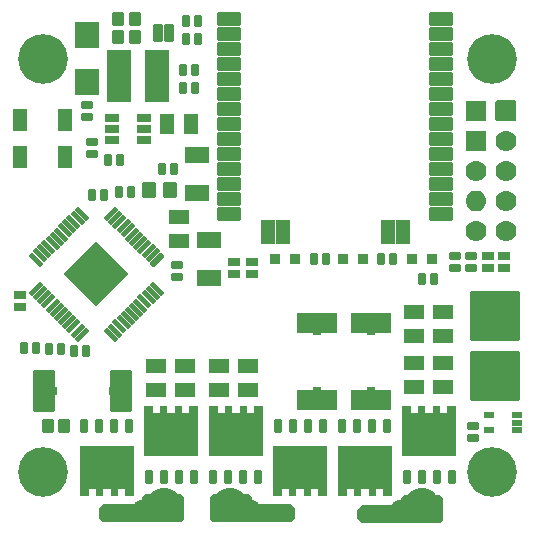
<source format=gts>
G04 Layer: TopSolderMaskLayer*
G04 EasyEDA v6.5.39, 2024-01-10 12:04:11*
G04 8066753d26f04e3aa7ec2003dc8d02ef,7c1e8d740ba24e6f83eb2d53d3341807,10*
G04 Gerber Generator version 0.2*
G04 Scale: 100 percent, Rotated: No, Reflected: No *
G04 Dimensions in millimeters *
G04 leading zeros omitted , absolute positions ,4 integer and 5 decimal *
%FSLAX45Y45*%
%MOMM*%

%AMMACRO1*1,1,$1,$2,$3*1,1,$1,$4,$5*1,1,$1,0-$2,0-$3*1,1,$1,0-$4,0-$5*20,1,$1,$2,$3,$4,$5,0*20,1,$1,$4,$5,0-$2,0-$3,0*20,1,$1,0-$2,0-$3,0-$4,0-$5,0*20,1,$1,0-$4,0-$5,$2,$3,0*4,1,4,$2,$3,$4,$5,0-$2,0-$3,0-$4,0-$5,$2,$3,0*%
%AMMACRO2*4,1,16,-2.2508,-2.1007,-2.2508,2.1007,-1.5493,2.1007,-1.5493,1.5008,-0.9508,1.5008,-0.9508,2.1007,-0.3494,2.1007,-0.3494,1.5008,0.3491,1.5008,0.3491,2.1007,0.9508,2.1007,0.9508,1.5008,1.549,1.5008,1.549,2.1007,2.2508,2.1007,2.2508,-2.1007,-2.2508,-2.1007,0*%
%AMMACRO3*4,1,16,-2.2508,-2.1008,-2.2508,2.1008,2.2508,2.1008,2.2508,-2.1008,1.5493,-2.1008,1.5493,-1.5006,0.9508,-1.5006,0.9508,-2.1008,0.3494,-2.1008,0.3494,-1.5006,-0.3491,-1.5006,-0.3491,-2.1008,-0.9506,-2.1008,-0.9506,-1.5006,-1.549,-1.5006,-1.549,-2.1008,-2.2508,-2.1008,0*%
%ADD10R,1.0032X0.7032*%
%ADD11MACRO1,0.2032X0.4X0.25X0.4X-0.25*%
%ADD12MACRO1,0.2032X-0.4X0.45X0.4X0.45*%
%ADD13MACRO1,0.1016X0.4X0.4X0.4X-0.4*%
%ADD14R,0.9016X0.9016*%
%ADD15MACRO1,0.1016X-0.25X0.5X0.25X0.5*%
%ADD16MACRO2*%
%ADD17MACRO1,0.1016X0.25X-0.5X-0.25X-0.5*%
%ADD18MACRO3*%
%ADD19R,3.5032X1.8032*%
%ADD20R,0.7032X0.7032*%
%ADD21MACRO1,0.2032X0.8X-1.65X-0.8X-1.65*%
%ADD22MACRO1,0.2032X0.25X-0.25X-0.25X-0.25*%
%ADD23MACRO1,0.102X0.55X-0.3X-0.55X-0.3*%
%ADD24R,0.9016X0.5016*%
%ADD25MACRO1,0.2032X0.775X0.5X0.775X-0.5*%
%ADD26MACRO1,0.2032X-0.9X0.5004X0.9X0.5004*%
%ADD27R,1.2040X2.0032*%
%ADD28R,2.0032X4.4032*%
%ADD29MACRO1,0.2032X-0.25X0.4X0.25X0.4*%
%ADD30R,2.0032X2.2032*%
%ADD31MACRO1,0.2032X0.5X-0.775X-0.5X-0.775*%
%ADD32R,2.1032X1.4032*%
%ADD33MACRO1,0.2032X0.25X-0.4X-0.25X-0.4*%
%ADD34MACRO1,0.2032X0.95X0.6X0.95X-0.6*%
%ADD35MACRO1,0.2032X-0.5X0.55X0.5X0.55*%
%ADD36MACRO1,0.2032X0.4939X-0.3143X0.3143X-0.4939*%
%ADD37MACRO1,0.2032X0.4939X0.3143X-0.3143X-0.4939*%
%ADD38MACRO1,0.2032X0.5102X0.298X-0.2981X-0.5102*%
%ADD39MACRO1,0.2032X2.6163X0X0X-2.6163*%
%ADD40C,1.7780*%
%ADD41O,1.778X1.778*%
%ADD42R,1.7780X1.7780*%
%ADD43R,1.2040X1.9025*%
%ADD44MACRO1,0.2032X0.7874X0.7874X0.7874X-0.7874*%
%ADD45MACRO1,0.2032X-0.3175X0.635X0.3175X0.635*%
%ADD46MACRO1,0.2032X2X2X2X-2*%
%ADD47C,2.9032*%
%ADD48C,1.9032*%
%ADD49C,4.2016*%
%ADD50C,0.0143*%

%LPD*%
G36*
X-1035050Y-1936750D02*
G01*
X-1060450Y-1962150D01*
X-1060450Y-2025650D01*
X-1390650Y-2025650D01*
X-1428750Y-2063750D01*
X-1428750Y-2139950D01*
X-1390650Y-2178050D01*
X-730250Y-2178050D01*
X-704850Y-2152650D01*
X-704850Y-1962150D01*
X-730250Y-1936750D01*
G37*
G36*
X-463550Y-1936750D02*
G01*
X-488950Y-1962150D01*
X-488950Y-2152650D01*
X-463550Y-2178050D01*
X196850Y-2178050D01*
X234950Y-2139950D01*
X234950Y-2063750D01*
X196850Y-2025650D01*
X-133350Y-2025650D01*
X-133350Y-1962150D01*
X-158750Y-1936750D01*
G37*
G36*
X1155700Y-1943100D02*
G01*
X1130300Y-1968500D01*
X1130300Y-2032000D01*
X800100Y-2032000D01*
X762000Y-2070100D01*
X762000Y-2146300D01*
X800100Y-2184400D01*
X1460500Y-2184400D01*
X1485900Y-2159000D01*
X1485900Y-1968500D01*
X1460500Y-1943100D01*
G37*
D10*
G01*
X2006600Y-24587D03*
G01*
X2006600Y75412D03*
D11*
G01*
X1739892Y-1359708D03*
G01*
X1739892Y-1459708D03*
D12*
G01*
X-1860610Y-1358900D03*
G01*
X-1720611Y-1358900D03*
D13*
G01*
X67310Y50800D03*
G01*
X237489Y50800D03*
D14*
G01*
X1393189Y50800D03*
G01*
X1223010Y50800D03*
D13*
G01*
X638810Y50800D03*
G01*
X808989Y50800D03*
D15*
G01*
X1180995Y-1790298D03*
G01*
X1307995Y-1790298D03*
G01*
X1434995Y-1790298D03*
G01*
X1561995Y-1790298D03*
D16*
G01*
X1371511Y-1405293D03*
D17*
G01*
X1015900Y-1359072D03*
G01*
X888900Y-1359072D03*
G01*
X761900Y-1359072D03*
G01*
X634900Y-1359072D03*
D18*
G01*
X825385Y-1744090D03*
D15*
G01*
X-457304Y-1790298D03*
G01*
X-330304Y-1790298D03*
G01*
X-203304Y-1790298D03*
G01*
X-76304Y-1790298D03*
D16*
G01*
X-266788Y-1405293D03*
D17*
G01*
X469800Y-1359072D03*
G01*
X342800Y-1359072D03*
G01*
X215800Y-1359072D03*
G01*
X88800Y-1359072D03*
D18*
G01*
X279285Y-1744090D03*
D15*
G01*
X-1003404Y-1790298D03*
G01*
X-876404Y-1790298D03*
G01*
X-749404Y-1790298D03*
G01*
X-622404Y-1790298D03*
D16*
G01*
X-812888Y-1405293D03*
D17*
G01*
X-1168499Y-1359072D03*
G01*
X-1295499Y-1359072D03*
G01*
X-1422499Y-1359072D03*
G01*
X-1549499Y-1359072D03*
D18*
G01*
X-1359014Y-1744090D03*
D19*
G01*
X876198Y-487806D03*
G01*
X876198Y-1137818D03*
D20*
G01*
X876198Y-1066800D03*
G01*
X876198Y-558800D03*
D19*
G01*
X418998Y-487806D03*
G01*
X418998Y-1137818D03*
D20*
G01*
X418998Y-1066800D03*
G01*
X418998Y-558800D03*
D21*
G01*
X-1887211Y-1066800D03*
G01*
X-1237208Y-1066800D03*
D22*
G01*
X-1308214Y-1066800D03*
G01*
X-1816214Y-1066800D03*
D23*
G01*
X-1316081Y1060678D03*
G01*
X-1316081Y1155674D03*
G01*
X-1316081Y1250670D03*
G01*
X-1046071Y1250670D03*
G01*
X-1046071Y1155674D03*
G01*
X-1046071Y1060678D03*
D24*
G01*
X1873910Y-1398498D03*
G01*
X1873910Y-1268501D03*
G01*
X2113889Y-1268501D03*
G01*
X2113889Y-1333500D03*
G01*
X2113889Y-1398498D03*
D12*
G01*
X-1263799Y1930400D03*
G01*
X-1123800Y1930400D03*
G01*
X-1263710Y2082800D03*
G01*
X-1123711Y2082800D03*
D25*
G01*
X1244523Y-395300D03*
G01*
X1244523Y-595299D03*
G01*
X1485823Y-395300D03*
G01*
X1485823Y-595299D03*
D11*
G01*
X1727200Y-24601D03*
G01*
X1727200Y75398D03*
D25*
G01*
X-749300Y404799D03*
G01*
X-749300Y204800D03*
D26*
G01*
X-328498Y1700530D03*
G01*
X-328498Y1573530D03*
G01*
X-328498Y1446530D03*
G01*
X-328498Y1319530D03*
G01*
X-328498Y1192530D03*
G01*
X-328498Y1065530D03*
G01*
X-328498Y938530D03*
G01*
X-328498Y811530D03*
D27*
G01*
X1145539Y278409D03*
D26*
G01*
X1471498Y430530D03*
G01*
X1471498Y557530D03*
G01*
X1471498Y684530D03*
G01*
X1471498Y811530D03*
G01*
X1471498Y938530D03*
G01*
X1471498Y1065530D03*
G01*
X1471498Y1192530D03*
G01*
X-328498Y684530D03*
G01*
X-328498Y557530D03*
G01*
X-328498Y430530D03*
D27*
G01*
X2539Y278409D03*
G01*
X129539Y278409D03*
D26*
G01*
X-328498Y1827530D03*
G01*
X-328498Y1954530D03*
G01*
X-328498Y2081530D03*
D27*
G01*
X1018539Y278409D03*
D26*
G01*
X1471498Y1319530D03*
G01*
X1471498Y1446530D03*
G01*
X1471498Y1573530D03*
G01*
X1471498Y1700530D03*
G01*
X1471498Y1827530D03*
G01*
X1471498Y1954530D03*
G01*
X1471498Y2081530D03*
D11*
G01*
X1587500Y-24601D03*
G01*
X1587500Y75398D03*
D10*
G01*
X-127000Y-75387D03*
G01*
X-127000Y24612D03*
D28*
G01*
X-1252194Y1600200D03*
G01*
X-932205Y1600200D03*
D25*
G01*
X-698576Y-852500D03*
G01*
X-698576Y-1052499D03*
D11*
G01*
X-1524007Y1358091D03*
G01*
X-1524007Y1258091D03*
D29*
G01*
X-1245398Y889000D03*
G01*
X-1345398Y889000D03*
D11*
G01*
X-1485900Y940598D03*
G01*
X-1485900Y1040598D03*
D30*
G01*
X-1524000Y1952599D03*
G01*
X-1524000Y1552600D03*
D29*
G01*
X-610398Y1651000D03*
G01*
X-710398Y1651000D03*
D10*
G01*
X1866900Y75412D03*
G01*
X1866900Y-24587D03*
D29*
G01*
X1408901Y-114300D03*
G01*
X1308901Y-114300D03*
D10*
G01*
X-279400Y24612D03*
G01*
X-279400Y-75387D03*
D25*
G01*
X1244600Y-827100D03*
G01*
X1244600Y-1027099D03*
G01*
X-165100Y-852500D03*
G01*
X-165100Y-1052499D03*
G01*
X1485900Y-827100D03*
G01*
X1485900Y-1027099D03*
D31*
G01*
X-649300Y1193800D03*
G01*
X-849299Y1193800D03*
D32*
G01*
X-596900Y614705D03*
G01*
X-596900Y934720D03*
D29*
G01*
X-684991Y2070092D03*
G01*
X-584991Y2070092D03*
D10*
G01*
X-2095525Y-354787D03*
G01*
X-2095525Y-254787D03*
D33*
G01*
X-610408Y1498607D03*
G01*
X-710408Y1498607D03*
D29*
G01*
X-684991Y1917692D03*
G01*
X-584991Y1917692D03*
D25*
G01*
X-406476Y-852500D03*
G01*
X-406476Y-1052499D03*
D34*
G01*
X-495300Y210799D03*
G01*
X-495300Y-109214D03*
D29*
G01*
X-1637529Y-723907D03*
G01*
X-1537529Y-723907D03*
D33*
G01*
X-1745065Y-711192D03*
G01*
X-1845064Y-711192D03*
G01*
X-1956608Y-698492D03*
G01*
X-2056608Y-698492D03*
D11*
G01*
X-762007Y-808D03*
G01*
X-762007Y-100808D03*
D29*
G01*
X-1485091Y596892D03*
G01*
X-1385091Y596892D03*
D33*
G01*
X-1156508Y622307D03*
G01*
X-1256508Y622307D03*
G01*
X-888201Y812800D03*
G01*
X-788201Y812800D03*
D35*
G01*
X-1004397Y635000D03*
G01*
X-824387Y635000D03*
D33*
G01*
X394498Y50800D03*
G01*
X494498Y50800D03*
D36*
G01*
X-1571527Y436455D03*
G01*
X-1606884Y401100D03*
G01*
X-1642238Y365746D03*
G01*
X-1677595Y330389D03*
G01*
X-1712949Y295034D03*
G01*
X-1748303Y259679D03*
G01*
X-1783661Y224321D03*
G01*
X-1819017Y188967D03*
G01*
X-1854371Y153612D03*
G01*
X-1889728Y118256D03*
G01*
X-1925082Y82901D03*
G01*
X-1960434Y47542D03*
D37*
G01*
X-1960438Y-199946D03*
G01*
X-1925082Y-235301D03*
G01*
X-1889728Y-270656D03*
G01*
X-1854371Y-306012D03*
G01*
X-1819017Y-341367D03*
G01*
X-1783661Y-376721D03*
G01*
X-1748303Y-412079D03*
G01*
X-1712949Y-447434D03*
G01*
X-1677595Y-482789D03*
G01*
X-1642238Y-518146D03*
G01*
X-1606884Y-553500D03*
G01*
X-1571524Y-588852D03*
D36*
G01*
X-1324039Y-588852D03*
G01*
X-1288685Y-553495D03*
G01*
X-1253331Y-518140D03*
G01*
X-1217974Y-482784D03*
G01*
X-1182620Y-447429D03*
G01*
X-1147265Y-412073D03*
G01*
X-1111907Y-376716D03*
G01*
X-1076552Y-341362D03*
G01*
X-1041198Y-306006D03*
G01*
X-1005841Y-270650D03*
G01*
X-970487Y-235296D03*
G01*
X-935131Y-199939D03*
D38*
G01*
X-935130Y47543D03*
D37*
G01*
X-970487Y82896D03*
G01*
X-1005841Y118250D03*
G01*
X-1041198Y153606D03*
G01*
X-1076552Y188962D03*
G01*
X-1111907Y224316D03*
G01*
X-1147265Y259673D03*
G01*
X-1182620Y295029D03*
G01*
X-1217974Y330384D03*
G01*
X-1253331Y365740D03*
G01*
X-1288685Y401095D03*
G01*
X-1324042Y436449D03*
D39*
G01*
X-1447782Y-76200D03*
D25*
G01*
X-939800Y-852500D03*
G01*
X-939800Y-1052499D03*
D40*
G01*
X1765300Y292100D03*
G01*
X2019300Y292100D03*
D41*
G01*
X1765300Y546100D03*
D40*
G01*
X1765300Y800100D03*
D42*
G01*
X1765300Y1054100D03*
G01*
X1765300Y1308100D03*
D43*
G01*
X-2095500Y1231900D03*
G01*
X-1714500Y1231900D03*
G01*
X-2095500Y914400D03*
G01*
X-1714500Y914400D03*
D44*
G01*
X2019300Y1308100D03*
D40*
G01*
X2019300Y1054100D03*
G01*
X2019300Y800100D03*
G01*
X2019300Y546100D03*
D29*
G01*
X1066001Y50800D03*
G01*
X966001Y50800D03*
D45*
G01*
X-922020Y1968500D03*
G01*
X-830579Y1968500D03*
D46*
G01*
X1930400Y-939800D03*
G01*
X1930400Y-431800D03*
D47*
G01*
X-876300Y-2032000D03*
G01*
X-317500Y-2032000D03*
G01*
X1308100Y-2032000D03*
D48*
G01*
X-1054100Y-2082495D03*
G01*
X1130300Y-2082800D03*
G01*
X-143027Y-2082520D03*
D49*
G01*
X1899996Y1749983D03*
G01*
X-1899996Y1749983D03*
G01*
X-1899996Y-1750009D03*
G01*
X1899996Y-1750009D03*
M02*

</source>
